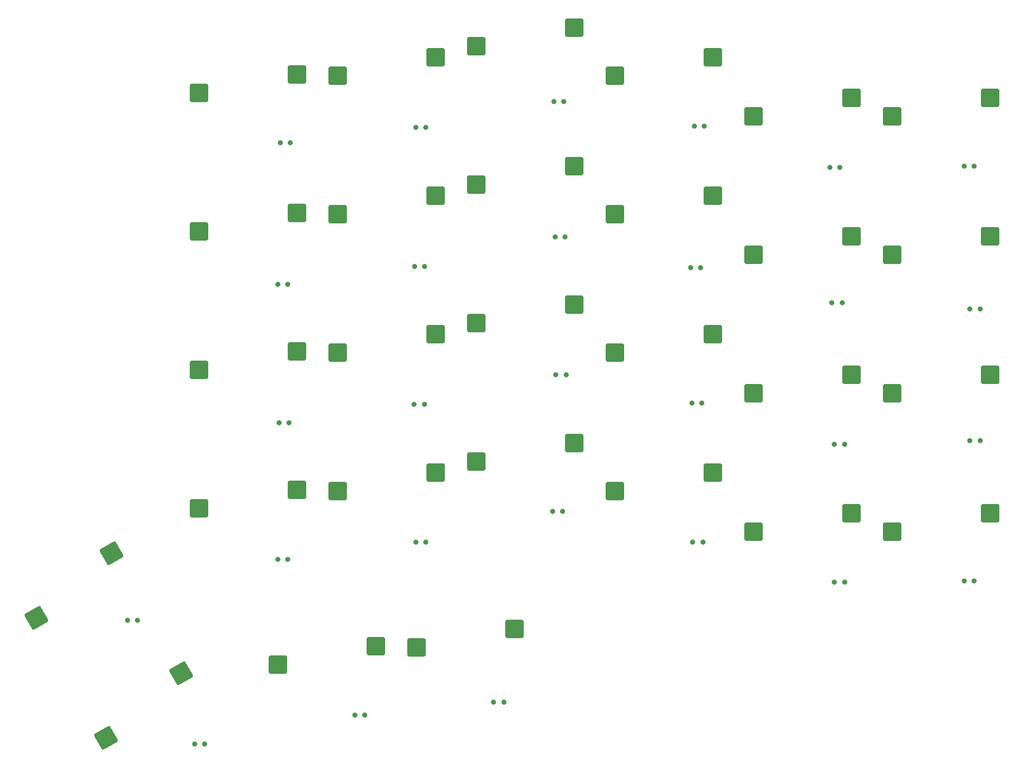
<source format=gbr>
%TF.GenerationSoftware,KiCad,Pcbnew,8.0.8*%
%TF.CreationDate,2025-02-12T11:53:30+01:00*%
%TF.ProjectId,PCB_d,5043425f-642e-46b6-9963-61645f706362,rev?*%
%TF.SameCoordinates,Original*%
%TF.FileFunction,Paste,Bot*%
%TF.FilePolarity,Positive*%
%FSLAX46Y46*%
G04 Gerber Fmt 4.6, Leading zero omitted, Abs format (unit mm)*
G04 Created by KiCad (PCBNEW 8.0.8) date 2025-02-12 11:53:30*
%MOMM*%
%LPD*%
G01*
G04 APERTURE LIST*
G04 Aperture macros list*
%AMRoundRect*
0 Rectangle with rounded corners*
0 $1 Rounding radius*
0 $2 $3 $4 $5 $6 $7 $8 $9 X,Y pos of 4 corners*
0 Add a 4 corners polygon primitive as box body*
4,1,4,$2,$3,$4,$5,$6,$7,$8,$9,$2,$3,0*
0 Add four circle primitives for the rounded corners*
1,1,$1+$1,$2,$3*
1,1,$1+$1,$4,$5*
1,1,$1+$1,$6,$7*
1,1,$1+$1,$8,$9*
0 Add four rect primitives between the rounded corners*
20,1,$1+$1,$2,$3,$4,$5,0*
20,1,$1+$1,$4,$5,$6,$7,0*
20,1,$1+$1,$6,$7,$8,$9,0*
20,1,$1+$1,$8,$9,$2,$3,0*%
G04 Aperture macros list end*
%ADD10RoundRect,0.150000X-0.150000X-0.200000X0.150000X-0.200000X0.150000X0.200000X-0.150000X0.200000X0*%
%ADD11RoundRect,0.250000X1.025000X1.000000X-1.025000X1.000000X-1.025000X-1.000000X1.025000X-1.000000X0*%
%ADD12RoundRect,0.250000X0.387676X1.378525X-1.387676X0.353525X-0.387676X-1.378525X1.387676X-0.353525X0*%
G04 APERTURE END LIST*
D10*
%TO.C,D34*%
X159300000Y-123725000D03*
X157900000Y-123725000D03*
%TD*%
D11*
%TO.C,SW24*%
X167772648Y-70231000D03*
X181222648Y-67691000D03*
%TD*%
D10*
%TO.C,D10*%
X217875000Y-52350000D03*
X216475000Y-52350000D03*
%TD*%
D11*
%TO.C,SW12*%
X224922648Y-67818000D03*
X238372648Y-65278000D03*
%TD*%
D12*
%TO.C,SW35*%
X145381053Y-123405295D03*
X155759095Y-114480591D03*
%TD*%
D11*
%TO.C,SW8*%
X263022472Y-111506000D03*
X276472472Y-108966000D03*
%TD*%
%TO.C,SW13*%
X224922648Y-86868000D03*
X238372648Y-84328000D03*
%TD*%
%TO.C,SW16*%
X205872472Y-63754000D03*
X219322472Y-61214000D03*
%TD*%
%TO.C,SW25*%
X167772472Y-89281000D03*
X181222472Y-86741000D03*
%TD*%
D10*
%TO.C,D19*%
X198750000Y-75025000D03*
X197350000Y-75025000D03*
%TD*%
%TO.C,D24*%
X180125000Y-96575000D03*
X178725000Y-96575000D03*
%TD*%
%TO.C,D23*%
X179950000Y-77475000D03*
X178550000Y-77475000D03*
%TD*%
%TO.C,D11*%
X218050000Y-70975000D03*
X216650000Y-70975000D03*
%TD*%
D11*
%TO.C,SW26*%
X167772648Y-108331000D03*
X181222648Y-105791000D03*
%TD*%
%TO.C,SW21*%
X186822648Y-86868000D03*
X200272648Y-84328000D03*
%TD*%
%TO.C,SW37*%
X178568000Y-129794000D03*
X192018000Y-127254000D03*
%TD*%
D10*
%TO.C,D36*%
X190550000Y-136775000D03*
X189150000Y-136775000D03*
%TD*%
D11*
%TO.C,SW7*%
X243972648Y-73406000D03*
X257422648Y-70866000D03*
%TD*%
%TO.C,SW20*%
X186822472Y-67818000D03*
X200272472Y-65278000D03*
%TD*%
D10*
%TO.C,D12*%
X218200000Y-89950000D03*
X216800000Y-89950000D03*
%TD*%
D11*
%TO.C,SW38*%
X197640000Y-127460000D03*
X211090000Y-124920000D03*
%TD*%
D10*
%TO.C,D20*%
X198700000Y-94000000D03*
X197300000Y-94000000D03*
%TD*%
%TO.C,D8*%
X236850000Y-93825000D03*
X235450000Y-93825000D03*
%TD*%
D11*
%TO.C,SW19*%
X186822472Y-48768000D03*
X200272472Y-46228000D03*
%TD*%
%TO.C,SW17*%
X205872472Y-82804000D03*
X219322472Y-80264000D03*
%TD*%
D10*
%TO.C,D25*%
X179950000Y-115375000D03*
X178550000Y-115375000D03*
%TD*%
%TO.C,D5*%
X256450000Y-118475000D03*
X255050000Y-118475000D03*
%TD*%
%TO.C,D2*%
X275100000Y-99025000D03*
X273700000Y-99025000D03*
%TD*%
%TO.C,D13*%
X274275000Y-61250000D03*
X272875000Y-61250000D03*
%TD*%
%TO.C,D21*%
X198925000Y-112950000D03*
X197525000Y-112950000D03*
%TD*%
D12*
%TO.C,SW36*%
X154916053Y-139910295D03*
X165294095Y-130985591D03*
%TD*%
D11*
%TO.C,SW9*%
X243972648Y-92456000D03*
X257422648Y-89916000D03*
%TD*%
D10*
%TO.C,D3*%
X274275000Y-118300000D03*
X272875000Y-118300000D03*
%TD*%
%TO.C,D17*%
X217725000Y-108750000D03*
X216325000Y-108750000D03*
%TD*%
%TO.C,D14*%
X275100000Y-80875000D03*
X273700000Y-80875000D03*
%TD*%
D11*
%TO.C,SW22*%
X186822648Y-105918000D03*
X200272648Y-103378000D03*
%TD*%
D10*
%TO.C,D4*%
X256450000Y-99500000D03*
X255050000Y-99500000D03*
%TD*%
D11*
%TO.C,SW6*%
X243972648Y-54356000D03*
X257422648Y-51816000D03*
%TD*%
%TO.C,SW18*%
X205872648Y-101854000D03*
X219322648Y-99314000D03*
%TD*%
D10*
%TO.C,D7*%
X236675000Y-75200000D03*
X235275000Y-75200000D03*
%TD*%
%TO.C,D6*%
X237175000Y-55750000D03*
X235775000Y-55750000D03*
%TD*%
D11*
%TO.C,SW3*%
X263022648Y-92456000D03*
X276472648Y-89916000D03*
%TD*%
%TO.C,SW10*%
X243972472Y-111506000D03*
X257422472Y-108966000D03*
%TD*%
D10*
%TO.C,D37*%
X209625000Y-135000000D03*
X208225000Y-135000000D03*
%TD*%
D11*
%TO.C,SW14*%
X224922472Y-105918000D03*
X238372472Y-103378000D03*
%TD*%
%TO.C,SW4*%
X263022472Y-54356000D03*
X276472472Y-51816000D03*
%TD*%
%TO.C,SW23*%
X167772648Y-51181000D03*
X181222648Y-48641000D03*
%TD*%
D10*
%TO.C,D9*%
X237000000Y-112950000D03*
X235600000Y-112950000D03*
%TD*%
%TO.C,D18*%
X198925000Y-55900000D03*
X197525000Y-55900000D03*
%TD*%
D11*
%TO.C,SW5*%
X263022472Y-73406000D03*
X276472472Y-70866000D03*
%TD*%
D10*
%TO.C,D15*%
X255800000Y-61425000D03*
X254400000Y-61425000D03*
%TD*%
%TO.C,D16*%
X256125000Y-80050000D03*
X254725000Y-80050000D03*
%TD*%
%TO.C,D22*%
X180275000Y-58025000D03*
X178875000Y-58025000D03*
%TD*%
%TO.C,D35*%
X168525000Y-140725000D03*
X167125000Y-140725000D03*
%TD*%
D11*
%TO.C,SW15*%
X205872648Y-44704000D03*
X219322648Y-42164000D03*
%TD*%
%TO.C,SW11*%
X224922648Y-48768000D03*
X238372648Y-46228000D03*
%TD*%
M02*

</source>
